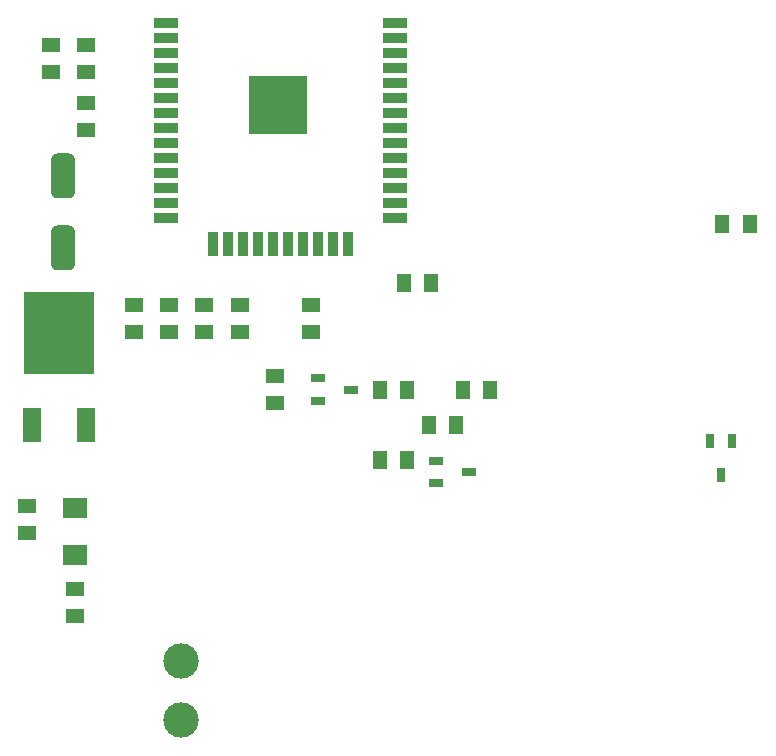
<source format=gtp>
G04 Layer_Color=8421504*
%FSLAX25Y25*%
%MOIN*%
G70*
G01*
G75*
%ADD10R,0.19685X0.19685*%
%ADD11R,0.03543X0.07874*%
%ADD12R,0.07874X0.03543*%
%ADD13R,0.08268X0.06890*%
%ADD14R,0.05905X0.05118*%
%ADD15R,0.23622X0.27559*%
%ADD16R,0.06299X0.11811*%
%ADD17R,0.05118X0.05905*%
%ADD18R,0.04724X0.03150*%
G04:AMPARAMS|DCode=19|XSize=150mil|YSize=80mil|CornerRadius=20mil|HoleSize=0mil|Usage=FLASHONLY|Rotation=90.000|XOffset=0mil|YOffset=0mil|HoleType=Round|Shape=RoundedRectangle|*
%AMROUNDEDRECTD19*
21,1,0.15000,0.04000,0,0,90.0*
21,1,0.11000,0.08000,0,0,90.0*
1,1,0.04000,0.02000,0.05500*
1,1,0.04000,0.02000,-0.05500*
1,1,0.04000,-0.02000,-0.05500*
1,1,0.04000,-0.02000,0.05500*
%
%ADD19ROUNDEDRECTD19*%
%ADD20C,0.11811*%
%ADD21R,0.03150X0.04724*%
D10*
X-46457Y79134D02*
D03*
D11*
X-63150Y32717D02*
D03*
X-68150D02*
D03*
X-43150Y32677D02*
D03*
X-48150D02*
D03*
X-53150D02*
D03*
X-58150D02*
D03*
X-38150D02*
D03*
X-33150D02*
D03*
X-28150D02*
D03*
X-23150D02*
D03*
D12*
X-83819Y106339D02*
D03*
Y101339D02*
D03*
Y96339D02*
D03*
Y91339D02*
D03*
Y71339D02*
D03*
Y76339D02*
D03*
Y81339D02*
D03*
Y86339D02*
D03*
X-83858Y46339D02*
D03*
Y41339D02*
D03*
Y51339D02*
D03*
Y56339D02*
D03*
Y61339D02*
D03*
Y66339D02*
D03*
X-7480D02*
D03*
Y61339D02*
D03*
Y56339D02*
D03*
Y51339D02*
D03*
Y41339D02*
D03*
Y46339D02*
D03*
X-7441Y86339D02*
D03*
Y81339D02*
D03*
Y76339D02*
D03*
Y71339D02*
D03*
Y91339D02*
D03*
Y96339D02*
D03*
Y101339D02*
D03*
Y106339D02*
D03*
D13*
X-114173Y-55118D02*
D03*
Y-70866D02*
D03*
D14*
X-129921Y-63583D02*
D03*
Y-54528D02*
D03*
X-110236Y70866D02*
D03*
Y79921D02*
D03*
X-122047Y89961D02*
D03*
Y99016D02*
D03*
X-110236D02*
D03*
Y89961D02*
D03*
X-70866Y12402D02*
D03*
Y3347D02*
D03*
X-82677D02*
D03*
Y12402D02*
D03*
X-59055Y3347D02*
D03*
Y12402D02*
D03*
X-114173Y-91142D02*
D03*
Y-82087D02*
D03*
X-35433Y3347D02*
D03*
Y12402D02*
D03*
X-47244Y-11220D02*
D03*
Y-20276D02*
D03*
X-94488Y3347D02*
D03*
Y12402D02*
D03*
D15*
X-119232Y3126D02*
D03*
D16*
X-110236Y-27559D02*
D03*
X-128228D02*
D03*
D17*
X110827Y39370D02*
D03*
X101772D02*
D03*
X4528Y19685D02*
D03*
X-4528D02*
D03*
X15157Y-15748D02*
D03*
X24213D02*
D03*
X-3347D02*
D03*
X-12402D02*
D03*
X3937Y-27559D02*
D03*
X12992D02*
D03*
X-12402Y-39370D02*
D03*
X-3347D02*
D03*
D18*
X17421Y-43307D02*
D03*
X6201Y-47047D02*
D03*
Y-39567D02*
D03*
X-21949Y-15748D02*
D03*
X-33169Y-19488D02*
D03*
Y-12008D02*
D03*
D19*
X-118193Y55283D02*
D03*
Y31283D02*
D03*
D20*
X-78740Y-106299D02*
D03*
Y-125984D02*
D03*
D21*
X101279Y-44094D02*
D03*
X97539Y-32874D02*
D03*
X105020D02*
D03*
M02*

</source>
